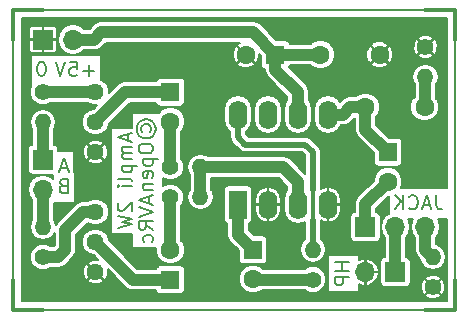
<source format=gbr>
G04 #@! TF.FileFunction,Copper,L2,Bot,Signal*
%FSLAX46Y46*%
G04 Gerber Fmt 4.6, Leading zero omitted, Abs format (unit mm)*
G04 Created by KiCad (PCBNEW 4.0.7) date 11/30/17 15:29:24*
%MOMM*%
%LPD*%
G01*
G04 APERTURE LIST*
%ADD10C,0.100000*%
%ADD11C,0.200000*%
%ADD12C,0.150000*%
%ADD13R,1.700000X1.700000*%
%ADD14O,1.700000X1.700000*%
%ADD15C,1.400000*%
%ADD16O,1.400000X1.400000*%
%ADD17C,1.440000*%
%ADD18C,1.600000*%
%ADD19R,1.600000X2.400000*%
%ADD20O,1.600000X2.400000*%
%ADD21R,1.600000X1.600000*%
%ADD22C,0.310000*%
%ADD23C,1.000000*%
%ADD24C,0.500000*%
%ADD25C,0.210000*%
G04 APERTURE END LIST*
D10*
D11*
X135042286Y-92370286D02*
X134870857Y-92427429D01*
X134813714Y-92484571D01*
X134756571Y-92598857D01*
X134756571Y-92770286D01*
X134813714Y-92884571D01*
X134870857Y-92941714D01*
X134985143Y-92998857D01*
X135442286Y-92998857D01*
X135442286Y-91798857D01*
X135042286Y-91798857D01*
X134928000Y-91856000D01*
X134870857Y-91913143D01*
X134813714Y-92027429D01*
X134813714Y-92141714D01*
X134870857Y-92256000D01*
X134928000Y-92313143D01*
X135042286Y-92370286D01*
X135442286Y-92370286D01*
X135413714Y-90878000D02*
X134842285Y-90878000D01*
X135527999Y-91220857D02*
X135127999Y-90020857D01*
X134727999Y-91220857D01*
X140535000Y-88005143D02*
X140535000Y-88576572D01*
X140877857Y-87890858D02*
X139677857Y-88290858D01*
X140877857Y-88690858D01*
X140877857Y-89090857D02*
X140077857Y-89090857D01*
X140192143Y-89090857D02*
X140135000Y-89148000D01*
X140077857Y-89262286D01*
X140077857Y-89433714D01*
X140135000Y-89548000D01*
X140249286Y-89605143D01*
X140877857Y-89605143D01*
X140249286Y-89605143D02*
X140135000Y-89662286D01*
X140077857Y-89776572D01*
X140077857Y-89948000D01*
X140135000Y-90062286D01*
X140249286Y-90119429D01*
X140877857Y-90119429D01*
X140077857Y-90690857D02*
X141277857Y-90690857D01*
X140135000Y-90690857D02*
X140077857Y-90805143D01*
X140077857Y-91033714D01*
X140135000Y-91148000D01*
X140192143Y-91205143D01*
X140306429Y-91262286D01*
X140649286Y-91262286D01*
X140763571Y-91205143D01*
X140820714Y-91148000D01*
X140877857Y-91033714D01*
X140877857Y-90805143D01*
X140820714Y-90690857D01*
X140877857Y-91948000D02*
X140820714Y-91833714D01*
X140706429Y-91776571D01*
X139677857Y-91776571D01*
X140877857Y-92405142D02*
X140077857Y-92405142D01*
X139677857Y-92405142D02*
X139735000Y-92347999D01*
X139792143Y-92405142D01*
X139735000Y-92462285D01*
X139677857Y-92405142D01*
X139792143Y-92405142D01*
X139792143Y-93833714D02*
X139735000Y-93890857D01*
X139677857Y-94005143D01*
X139677857Y-94290857D01*
X139735000Y-94405143D01*
X139792143Y-94462286D01*
X139906429Y-94519429D01*
X140020714Y-94519429D01*
X140192143Y-94462286D01*
X140877857Y-93776572D01*
X140877857Y-94519429D01*
X139677857Y-94919429D02*
X140877857Y-95205143D01*
X140020714Y-95433714D01*
X140877857Y-95662286D01*
X139677857Y-95948000D01*
X141741571Y-87805144D02*
X141684429Y-87690858D01*
X141684429Y-87462287D01*
X141741571Y-87348001D01*
X141855857Y-87233715D01*
X141970143Y-87176572D01*
X142198714Y-87176572D01*
X142313000Y-87233715D01*
X142427286Y-87348001D01*
X142484429Y-87462287D01*
X142484429Y-87690858D01*
X142427286Y-87805144D01*
X141284429Y-87576572D02*
X141341571Y-87290858D01*
X141513000Y-87005144D01*
X141798714Y-86833715D01*
X142084429Y-86776572D01*
X142370143Y-86833715D01*
X142655857Y-87005144D01*
X142827286Y-87290858D01*
X142884429Y-87576572D01*
X142827286Y-87862287D01*
X142655857Y-88148001D01*
X142370143Y-88319430D01*
X142084429Y-88376572D01*
X141798714Y-88319430D01*
X141513000Y-88148001D01*
X141341571Y-87862287D01*
X141284429Y-87576572D01*
X141455857Y-89119430D02*
X141455857Y-89348001D01*
X141513000Y-89462287D01*
X141627286Y-89576573D01*
X141855857Y-89633715D01*
X142255857Y-89633715D01*
X142484429Y-89576573D01*
X142598714Y-89462287D01*
X142655857Y-89348001D01*
X142655857Y-89119430D01*
X142598714Y-89005144D01*
X142484429Y-88890858D01*
X142255857Y-88833715D01*
X141855857Y-88833715D01*
X141627286Y-88890858D01*
X141513000Y-89005144D01*
X141455857Y-89119430D01*
X141855857Y-90148001D02*
X143055857Y-90148001D01*
X141913000Y-90148001D02*
X141855857Y-90262287D01*
X141855857Y-90490858D01*
X141913000Y-90605144D01*
X141970143Y-90662287D01*
X142084429Y-90719430D01*
X142427286Y-90719430D01*
X142541571Y-90662287D01*
X142598714Y-90605144D01*
X142655857Y-90490858D01*
X142655857Y-90262287D01*
X142598714Y-90148001D01*
X142598714Y-91690858D02*
X142655857Y-91576572D01*
X142655857Y-91348001D01*
X142598714Y-91233715D01*
X142484429Y-91176572D01*
X142027286Y-91176572D01*
X141913000Y-91233715D01*
X141855857Y-91348001D01*
X141855857Y-91576572D01*
X141913000Y-91690858D01*
X142027286Y-91748001D01*
X142141571Y-91748001D01*
X142255857Y-91176572D01*
X141855857Y-92262286D02*
X142655857Y-92262286D01*
X141970143Y-92262286D02*
X141913000Y-92319429D01*
X141855857Y-92433715D01*
X141855857Y-92605143D01*
X141913000Y-92719429D01*
X142027286Y-92776572D01*
X142655857Y-92776572D01*
X142313000Y-93290857D02*
X142313000Y-93862286D01*
X142655857Y-93176572D02*
X141455857Y-93576572D01*
X142655857Y-93976572D01*
X141455857Y-94205143D02*
X142655857Y-94605143D01*
X141455857Y-95005143D01*
X142655857Y-96090857D02*
X142084429Y-95690857D01*
X142655857Y-95405142D02*
X141455857Y-95405142D01*
X141455857Y-95862285D01*
X141513000Y-95976571D01*
X141570143Y-96033714D01*
X141684429Y-96090857D01*
X141855857Y-96090857D01*
X141970143Y-96033714D01*
X142027286Y-95976571D01*
X142084429Y-95862285D01*
X142084429Y-95405142D01*
X142598714Y-97119428D02*
X142655857Y-97005142D01*
X142655857Y-96776571D01*
X142598714Y-96662285D01*
X142541571Y-96605142D01*
X142427286Y-96547999D01*
X142084429Y-96547999D01*
X141970143Y-96605142D01*
X141913000Y-96662285D01*
X141855857Y-96776571D01*
X141855857Y-97005142D01*
X141913000Y-97119428D01*
X166642857Y-93195857D02*
X166642857Y-94053000D01*
X166699999Y-94224429D01*
X166814285Y-94338714D01*
X166985714Y-94395857D01*
X167099999Y-94395857D01*
X166128571Y-94053000D02*
X165557142Y-94053000D01*
X166242856Y-94395857D02*
X165842856Y-93195857D01*
X165442856Y-94395857D01*
X164357142Y-94281571D02*
X164414285Y-94338714D01*
X164585714Y-94395857D01*
X164700000Y-94395857D01*
X164871428Y-94338714D01*
X164985714Y-94224429D01*
X165042857Y-94110143D01*
X165100000Y-93881571D01*
X165100000Y-93710143D01*
X165042857Y-93481571D01*
X164985714Y-93367286D01*
X164871428Y-93253000D01*
X164700000Y-93195857D01*
X164585714Y-93195857D01*
X164414285Y-93253000D01*
X164357142Y-93310143D01*
X163842857Y-94395857D02*
X163842857Y-93195857D01*
X163157142Y-94395857D02*
X163671428Y-93710143D01*
X163157142Y-93195857D02*
X163842857Y-93881571D01*
X159292857Y-98879143D02*
X158092857Y-98879143D01*
X158664286Y-98879143D02*
X158664286Y-99564858D01*
X159292857Y-99564858D02*
X158092857Y-99564858D01*
X159292857Y-100136286D02*
X158092857Y-100136286D01*
X158092857Y-100593429D01*
X158150000Y-100707715D01*
X158207143Y-100764858D01*
X158321429Y-100822001D01*
X158492857Y-100822001D01*
X158607143Y-100764858D01*
X158664286Y-100707715D01*
X158721429Y-100593429D01*
X158721429Y-100136286D01*
X133280142Y-81892857D02*
X133165857Y-81892857D01*
X133051571Y-81950000D01*
X132994428Y-82007143D01*
X132937285Y-82121429D01*
X132880142Y-82350000D01*
X132880142Y-82635714D01*
X132937285Y-82864286D01*
X132994428Y-82978571D01*
X133051571Y-83035714D01*
X133165857Y-83092857D01*
X133280142Y-83092857D01*
X133394428Y-83035714D01*
X133451571Y-82978571D01*
X133508714Y-82864286D01*
X133565857Y-82635714D01*
X133565857Y-82350000D01*
X133508714Y-82121429D01*
X133451571Y-82007143D01*
X133394428Y-81950000D01*
X133280142Y-81892857D01*
X137686857Y-82635714D02*
X136772571Y-82635714D01*
X137229714Y-83092857D02*
X137229714Y-82178571D01*
X135629714Y-81892857D02*
X136201143Y-81892857D01*
X136258286Y-82464286D01*
X136201143Y-82407143D01*
X136086857Y-82350000D01*
X135801143Y-82350000D01*
X135686857Y-82407143D01*
X135629714Y-82464286D01*
X135572571Y-82578571D01*
X135572571Y-82864286D01*
X135629714Y-82978571D01*
X135686857Y-83035714D01*
X135801143Y-83092857D01*
X136086857Y-83092857D01*
X136201143Y-83035714D01*
X136258286Y-82978571D01*
X135229714Y-81892857D02*
X134829714Y-83092857D01*
X134429714Y-81892857D01*
D12*
X130810000Y-77470000D02*
X130810000Y-102870000D01*
X168275000Y-77470000D02*
X130810000Y-77470000D01*
X168275000Y-102870000D02*
X168275000Y-77470000D01*
X130810000Y-102870000D02*
X168275000Y-102870000D01*
D13*
X133350000Y-80010000D03*
D14*
X135890000Y-80010000D03*
D15*
X165735000Y-80645000D03*
D16*
X165735000Y-83185000D03*
D15*
X166370000Y-100965000D03*
D16*
X166370000Y-98425000D03*
D15*
X156210000Y-100330000D03*
D16*
X156210000Y-97790000D03*
D15*
X144145000Y-90805000D03*
D16*
X146685000Y-90805000D03*
D15*
X144145000Y-93345000D03*
D16*
X146685000Y-93345000D03*
D15*
X133350000Y-98425000D03*
D16*
X133350000Y-95885000D03*
D17*
X137795000Y-94615000D03*
X137795000Y-97155000D03*
X137795000Y-99695000D03*
X137795000Y-84455000D03*
X137795000Y-86995000D03*
X137795000Y-89535000D03*
D15*
X133350000Y-84455000D03*
D16*
X133350000Y-86995000D03*
D13*
X133350000Y-90170000D03*
D14*
X133350000Y-92710000D03*
D18*
X156845000Y-81280000D03*
X161845000Y-81280000D03*
X160655000Y-85725000D03*
X165655000Y-85725000D03*
D19*
X149860000Y-93980000D03*
D20*
X157480000Y-86360000D03*
X152400000Y-93980000D03*
X154940000Y-86360000D03*
X154940000Y-93980000D03*
X152400000Y-86360000D03*
X157480000Y-93980000D03*
X149860000Y-86360000D03*
D21*
X144145000Y-100330000D03*
D18*
X144145000Y-97830000D03*
D21*
X144145000Y-84455000D03*
D18*
X144145000Y-86955000D03*
D21*
X153035000Y-81280000D03*
D18*
X150535000Y-81280000D03*
D21*
X151130000Y-97790000D03*
D18*
X151130000Y-100290000D03*
D21*
X162560000Y-89535000D03*
D18*
X162560000Y-92035000D03*
D13*
X163195000Y-99695000D03*
D14*
X160655000Y-99695000D03*
D13*
X160655000Y-95885000D03*
D14*
X163195000Y-95885000D03*
X165735000Y-95885000D03*
D22*
X133350000Y-102870000D02*
X130810000Y-102870000D01*
X130810000Y-102870000D02*
X130810000Y-100330000D01*
X165735000Y-102870000D02*
X168275000Y-102870000D01*
X168275000Y-102870000D02*
X168275000Y-100330000D01*
X168275000Y-80010000D02*
X168275000Y-77470000D01*
X168275000Y-77470000D02*
X165735000Y-77470000D01*
X130810000Y-80010000D02*
X130810000Y-77470000D01*
X130810000Y-77470000D02*
X133350000Y-77470000D01*
D23*
X144145000Y-97830000D02*
X144145000Y-93345000D01*
X144145000Y-90805000D02*
X144145000Y-86955000D01*
X140716000Y-79375000D02*
X138303000Y-79375000D01*
X138303000Y-79375000D02*
X137668000Y-80010000D01*
X146812000Y-79375000D02*
X140716000Y-79375000D01*
X153035000Y-81280000D02*
X153035000Y-82550000D01*
X154940000Y-84455000D02*
X154940000Y-86360000D01*
X153035000Y-82550000D02*
X154940000Y-84455000D01*
X153035000Y-81280000D02*
X156845000Y-81280000D01*
X135890000Y-80010000D02*
X137668000Y-80010000D01*
X151130000Y-79375000D02*
X153035000Y-81280000D01*
X146812000Y-79375000D02*
X151130000Y-79375000D01*
X149860000Y-93980000D02*
X149860000Y-96520000D01*
X149860000Y-96520000D02*
X151130000Y-97790000D01*
X156210000Y-100330000D02*
X151170000Y-100330000D01*
D24*
X151170000Y-100330000D02*
X151130000Y-100290000D01*
D23*
X160655000Y-85725000D02*
X160655000Y-87630000D01*
X160655000Y-87630000D02*
X162560000Y-89535000D01*
X160655000Y-85725000D02*
X159385000Y-85725000D01*
X159385000Y-85725000D02*
X158750000Y-86360000D01*
X158750000Y-86360000D02*
X157480000Y-86360000D01*
X165735000Y-83185000D02*
X165735000Y-85645000D01*
D24*
X165735000Y-85645000D02*
X165655000Y-85725000D01*
D23*
X160655000Y-95885000D02*
X160655000Y-93940000D01*
X160655000Y-93940000D02*
X162560000Y-92035000D01*
X163195000Y-95885000D02*
X163195000Y-99695000D01*
X165735000Y-95885000D02*
X165735000Y-97790000D01*
X165735000Y-97790000D02*
X166370000Y-98425000D01*
D24*
X156210000Y-97790000D02*
X156210000Y-95250000D01*
X149860000Y-88265000D02*
X149860000Y-86360000D01*
X150495000Y-88900000D02*
X149860000Y-88265000D01*
X155575000Y-88900000D02*
X150495000Y-88900000D01*
X156210000Y-89535000D02*
X155575000Y-88900000D01*
X156210000Y-92710000D02*
X156210000Y-89535000D01*
D22*
X156210000Y-95250000D02*
X156210000Y-92710000D01*
D23*
X144145000Y-100330000D02*
X140970000Y-100330000D01*
X140970000Y-100330000D02*
X137795000Y-97155000D01*
X142240000Y-84455000D02*
X140335000Y-84455000D01*
X140335000Y-84455000D02*
X137795000Y-86995000D01*
X142240000Y-84455000D02*
X144145000Y-84455000D01*
X133350000Y-90170000D02*
X133350000Y-86995000D01*
X133350000Y-95885000D02*
X133350000Y-92710000D01*
X137795000Y-94615000D02*
X136779000Y-94615000D01*
X136779000Y-94615000D02*
X135255000Y-96139000D01*
X133350000Y-98425000D02*
X134620000Y-98425000D01*
X135255000Y-97790000D02*
X135255000Y-96139000D01*
X134620000Y-98425000D02*
X135255000Y-97790000D01*
X133350000Y-84455000D02*
X137795000Y-84455000D01*
X146685000Y-90805000D02*
X153670000Y-90805000D01*
X153670000Y-90805000D02*
X154940000Y-92075000D01*
X154940000Y-92075000D02*
X154940000Y-93980000D01*
X146685000Y-90805000D02*
X146685000Y-93345000D01*
D25*
G36*
X167535000Y-92598000D02*
X163641804Y-92598000D01*
X163774788Y-92277739D01*
X163775210Y-91794382D01*
X163590627Y-91347657D01*
X163249141Y-91005574D01*
X162802739Y-90820212D01*
X162319382Y-90819790D01*
X161872657Y-91004373D01*
X161530574Y-91345859D01*
X161345212Y-91792261D01*
X161345069Y-91955925D01*
X160007997Y-93292997D01*
X159809650Y-93589844D01*
X159787739Y-93700000D01*
X159740000Y-93940000D01*
X159740000Y-94624101D01*
X159651210Y-94640808D01*
X159509964Y-94731697D01*
X159415207Y-94870379D01*
X159381870Y-95035000D01*
X159381870Y-96735000D01*
X159410808Y-96888790D01*
X159501697Y-97030036D01*
X159640379Y-97124793D01*
X159805000Y-97158130D01*
X161505000Y-97158130D01*
X161658790Y-97129192D01*
X161800036Y-97038303D01*
X161894793Y-96899621D01*
X161928130Y-96735000D01*
X161928130Y-95035000D01*
X161899192Y-94881210D01*
X161808303Y-94739964D01*
X161669621Y-94645207D01*
X161570000Y-94625033D01*
X161570000Y-94319006D01*
X162613572Y-93275434D01*
X162613572Y-94756545D01*
X162300510Y-94965727D01*
X162026292Y-95376122D01*
X161930000Y-95860217D01*
X161930000Y-95909783D01*
X162026292Y-96393878D01*
X162280000Y-96773578D01*
X162280000Y-98434101D01*
X162191210Y-98450808D01*
X162049964Y-98541697D01*
X161955207Y-98680379D01*
X161921870Y-98845000D01*
X161921870Y-100545000D01*
X161950808Y-100698790D01*
X162041697Y-100840036D01*
X162180379Y-100934793D01*
X162345000Y-100968130D01*
X164045000Y-100968130D01*
X164198790Y-100939192D01*
X164340036Y-100848303D01*
X164434793Y-100709621D01*
X164468130Y-100545000D01*
X164468130Y-100274916D01*
X165708200Y-100274916D01*
X166370000Y-100936716D01*
X167031800Y-100274916D01*
X166961997Y-100116161D01*
X166592097Y-99954227D01*
X166188385Y-99946174D01*
X165812322Y-100093229D01*
X165778003Y-100116161D01*
X165708200Y-100274916D01*
X164468130Y-100274916D01*
X164468130Y-98845000D01*
X164439192Y-98691210D01*
X164348303Y-98549964D01*
X164209621Y-98455207D01*
X164110000Y-98435033D01*
X164110000Y-96773578D01*
X164363708Y-96393878D01*
X164460000Y-95909783D01*
X164460000Y-95860217D01*
X164363708Y-95376122D01*
X164264736Y-95228000D01*
X164665264Y-95228000D01*
X164566292Y-95376122D01*
X164470000Y-95860217D01*
X164470000Y-95909783D01*
X164566292Y-96393878D01*
X164820000Y-96773578D01*
X164820000Y-97790000D01*
X164889650Y-98140156D01*
X165087997Y-98437003D01*
X165294024Y-98643029D01*
X165339874Y-98873536D01*
X165581576Y-99235268D01*
X165943308Y-99476970D01*
X166370000Y-99561844D01*
X166796692Y-99476970D01*
X167158424Y-99235268D01*
X167400126Y-98873536D01*
X167485000Y-98446844D01*
X167485000Y-98403156D01*
X167400126Y-97976464D01*
X167158424Y-97614732D01*
X166796692Y-97373030D01*
X166650000Y-97343851D01*
X166650000Y-96773578D01*
X166903708Y-96393878D01*
X167000000Y-95909783D01*
X167000000Y-95860217D01*
X166903708Y-95376122D01*
X166804736Y-95228000D01*
X167535000Y-95228000D01*
X167535000Y-102130000D01*
X131550000Y-102130000D01*
X131550000Y-101655084D01*
X165708200Y-101655084D01*
X165778003Y-101813839D01*
X166147903Y-101975773D01*
X166551615Y-101983826D01*
X166927678Y-101836771D01*
X166961997Y-101813839D01*
X167031800Y-101655084D01*
X166370000Y-100993284D01*
X165708200Y-101655084D01*
X131550000Y-101655084D01*
X131550000Y-100399506D01*
X137118778Y-100399506D01*
X137191016Y-100560339D01*
X137568142Y-100725603D01*
X137979806Y-100733968D01*
X138363334Y-100584160D01*
X138398984Y-100560339D01*
X138471222Y-100399506D01*
X137795000Y-99723284D01*
X137118778Y-100399506D01*
X131550000Y-100399506D01*
X131550000Y-99879806D01*
X136756032Y-99879806D01*
X136905840Y-100263334D01*
X136929661Y-100298984D01*
X137090494Y-100371222D01*
X137766716Y-99695000D01*
X137090494Y-99018778D01*
X136929661Y-99091016D01*
X136764397Y-99468142D01*
X136756032Y-99879806D01*
X131550000Y-99879806D01*
X131550000Y-92710000D01*
X132060217Y-92710000D01*
X132156509Y-93194095D01*
X132430727Y-93604490D01*
X132435000Y-93607345D01*
X132435000Y-95264166D01*
X132319874Y-95436464D01*
X132235000Y-95863156D01*
X132235000Y-95906844D01*
X132319874Y-96333536D01*
X132561576Y-96695268D01*
X132923308Y-96936970D01*
X133350000Y-97021844D01*
X133776692Y-96936970D01*
X134138424Y-96695268D01*
X134340000Y-96393589D01*
X134340000Y-97410995D01*
X134240994Y-97510000D01*
X134012069Y-97510000D01*
X133982421Y-97480300D01*
X133572760Y-97310194D01*
X133129186Y-97309807D01*
X132719228Y-97479198D01*
X132405300Y-97792579D01*
X132235194Y-98202240D01*
X132234807Y-98645814D01*
X132404198Y-99055772D01*
X132717579Y-99369700D01*
X133127240Y-99539806D01*
X133570814Y-99540193D01*
X133980772Y-99370802D01*
X134011628Y-99340000D01*
X134620000Y-99340000D01*
X134970156Y-99270350D01*
X135267003Y-99072003D01*
X135902000Y-98437005D01*
X135902003Y-98437003D01*
X136100350Y-98140155D01*
X136119380Y-98044484D01*
X136170001Y-97790000D01*
X136170000Y-97789995D01*
X136170000Y-97379775D01*
X136659803Y-97379775D01*
X136832233Y-97797086D01*
X137151235Y-98116645D01*
X137568244Y-98289803D01*
X137635856Y-98289862D01*
X138010153Y-98664159D01*
X137610194Y-98656032D01*
X137226666Y-98805840D01*
X137191016Y-98829661D01*
X137118778Y-98990494D01*
X137795000Y-99666716D01*
X137809143Y-99652574D01*
X137837427Y-99680858D01*
X137823284Y-99695000D01*
X138499506Y-100371222D01*
X138660339Y-100298984D01*
X138825603Y-99921858D01*
X138833968Y-99510194D01*
X138819726Y-99473732D01*
X140322997Y-100977003D01*
X140619844Y-101175350D01*
X140970000Y-101245000D01*
X142943509Y-101245000D01*
X142950808Y-101283790D01*
X143041697Y-101425036D01*
X143180379Y-101519793D01*
X143345000Y-101553130D01*
X144945000Y-101553130D01*
X145098790Y-101524192D01*
X145240036Y-101433303D01*
X145334793Y-101294621D01*
X145368130Y-101130000D01*
X145368130Y-100530618D01*
X149914790Y-100530618D01*
X150099373Y-100977343D01*
X150440859Y-101319426D01*
X150887261Y-101504788D01*
X151370618Y-101505210D01*
X151817343Y-101320627D01*
X151893102Y-101245000D01*
X155547931Y-101245000D01*
X155577579Y-101274700D01*
X155987240Y-101444806D01*
X156430814Y-101445193D01*
X156840772Y-101275802D01*
X157154700Y-100962421D01*
X157324806Y-100552760D01*
X157325193Y-100109186D01*
X157155802Y-99699228D01*
X156842421Y-99385300D01*
X156432760Y-99215194D01*
X155989186Y-99214807D01*
X155579228Y-99384198D01*
X155548372Y-99415000D01*
X151973297Y-99415000D01*
X151819141Y-99260574D01*
X151372739Y-99075212D01*
X150889382Y-99074790D01*
X150442657Y-99259373D01*
X150100574Y-99600859D01*
X149915212Y-100047261D01*
X149914790Y-100530618D01*
X145368130Y-100530618D01*
X145368130Y-99530000D01*
X145339192Y-99376210D01*
X145248303Y-99234964D01*
X145109621Y-99140207D01*
X144945000Y-99106870D01*
X143345000Y-99106870D01*
X143191210Y-99135808D01*
X143049964Y-99226697D01*
X142955207Y-99365379D01*
X142945158Y-99415000D01*
X141349006Y-99415000D01*
X138930139Y-96996133D01*
X138930197Y-96930225D01*
X138757767Y-96512914D01*
X138438765Y-96193355D01*
X138021756Y-96020197D01*
X137570225Y-96019803D01*
X137152914Y-96192233D01*
X136833355Y-96511235D01*
X136660197Y-96928244D01*
X136659803Y-97379775D01*
X136170000Y-97379775D01*
X136170000Y-96518006D01*
X137131315Y-95556690D01*
X137151235Y-95576645D01*
X137568244Y-95749803D01*
X138019775Y-95750197D01*
X138437086Y-95577767D01*
X138756645Y-95258765D01*
X138929803Y-94841756D01*
X138930197Y-94390225D01*
X138757767Y-93972914D01*
X138438765Y-93653355D01*
X138021756Y-93480197D01*
X137570225Y-93479803D01*
X137152914Y-93652233D01*
X137105064Y-93700000D01*
X136779000Y-93700000D01*
X136428845Y-93769650D01*
X136131997Y-93967997D01*
X136131995Y-93968000D01*
X134607997Y-95491997D01*
X134440912Y-95742057D01*
X134380126Y-95436464D01*
X134265000Y-95264166D01*
X134265000Y-93831000D01*
X136043000Y-93831000D01*
X136043000Y-91201000D01*
X135957286Y-91201000D01*
X135957286Y-90239506D01*
X137118778Y-90239506D01*
X137191016Y-90400339D01*
X137568142Y-90565603D01*
X137979806Y-90573968D01*
X138363334Y-90424160D01*
X138398984Y-90400339D01*
X138471222Y-90239506D01*
X137795000Y-89563284D01*
X137118778Y-90239506D01*
X135957286Y-90239506D01*
X135957286Y-89719806D01*
X136756032Y-89719806D01*
X136905840Y-90103334D01*
X136929661Y-90138984D01*
X137090494Y-90211222D01*
X137766716Y-89535000D01*
X137823284Y-89535000D01*
X138499506Y-90211222D01*
X138660339Y-90138984D01*
X138825603Y-89761858D01*
X138833968Y-89350194D01*
X138684160Y-88966666D01*
X138660339Y-88931016D01*
X138499506Y-88858778D01*
X137823284Y-89535000D01*
X137766716Y-89535000D01*
X137090494Y-88858778D01*
X136929661Y-88931016D01*
X136764397Y-89308142D01*
X136756032Y-89719806D01*
X135957286Y-89719806D01*
X135957286Y-89423000D01*
X134623130Y-89423000D01*
X134623130Y-89320000D01*
X134594192Y-89166210D01*
X134503303Y-89024964D01*
X134364621Y-88930207D01*
X134265000Y-88910033D01*
X134265000Y-88830494D01*
X137118778Y-88830494D01*
X137795000Y-89506716D01*
X138471222Y-88830494D01*
X138398984Y-88669661D01*
X138021858Y-88504397D01*
X137610194Y-88496032D01*
X137226666Y-88645840D01*
X137191016Y-88669661D01*
X137118778Y-88830494D01*
X134265000Y-88830494D01*
X134265000Y-87615834D01*
X134380126Y-87443536D01*
X134465000Y-87016844D01*
X134465000Y-86973156D01*
X134380126Y-86546464D01*
X134138424Y-86184732D01*
X133776692Y-85943030D01*
X133350000Y-85858156D01*
X132923308Y-85943030D01*
X132561576Y-86184732D01*
X132319874Y-86546464D01*
X132235000Y-86973156D01*
X132235000Y-87016844D01*
X132319874Y-87443536D01*
X132435000Y-87615834D01*
X132435000Y-88909101D01*
X132346210Y-88925808D01*
X132204964Y-89016697D01*
X132110207Y-89155379D01*
X132076870Y-89320000D01*
X132076870Y-91020000D01*
X132105808Y-91173790D01*
X132196697Y-91315036D01*
X132335379Y-91409793D01*
X132500000Y-91443130D01*
X134200000Y-91443130D01*
X134213000Y-91440684D01*
X134213000Y-91777909D01*
X133858878Y-91541292D01*
X133374783Y-91445000D01*
X133325217Y-91445000D01*
X132841122Y-91541292D01*
X132430727Y-91815510D01*
X132156509Y-92225905D01*
X132060217Y-92710000D01*
X131550000Y-92710000D01*
X131550000Y-84675814D01*
X132234807Y-84675814D01*
X132404198Y-85085772D01*
X132717579Y-85399700D01*
X133127240Y-85569806D01*
X133570814Y-85570193D01*
X133980772Y-85400802D01*
X134011628Y-85370000D01*
X137104671Y-85370000D01*
X137151235Y-85416645D01*
X137568244Y-85589803D01*
X137905897Y-85590098D01*
X137636134Y-85859861D01*
X137570225Y-85859803D01*
X137152914Y-86032233D01*
X136833355Y-86351235D01*
X136660197Y-86768244D01*
X136659803Y-87219775D01*
X136832233Y-87637086D01*
X137151235Y-87956645D01*
X137568244Y-88129803D01*
X138019775Y-88130197D01*
X138437086Y-87957767D01*
X138756645Y-87638765D01*
X138830222Y-87461571D01*
X139080000Y-87461571D01*
X139080000Y-96434428D01*
X140858000Y-96434428D01*
X140858000Y-97662999D01*
X142930146Y-97662999D01*
X142929790Y-98070618D01*
X143114373Y-98517343D01*
X143455859Y-98859426D01*
X143902261Y-99044788D01*
X144385618Y-99045210D01*
X144832343Y-98860627D01*
X145174426Y-98519141D01*
X145359788Y-98072739D01*
X145360210Y-97589382D01*
X145175627Y-97142657D01*
X145060000Y-97026828D01*
X145060000Y-94007069D01*
X145089700Y-93977421D01*
X145259806Y-93567760D01*
X145260193Y-93124186D01*
X145090802Y-92714228D01*
X144777421Y-92400300D01*
X144367760Y-92230194D01*
X143924186Y-92229807D01*
X143514228Y-92399198D01*
X143488000Y-92425380D01*
X143488000Y-91725078D01*
X143512579Y-91749700D01*
X143922240Y-91919806D01*
X144365814Y-91920193D01*
X144775772Y-91750802D01*
X145089700Y-91437421D01*
X145259806Y-91027760D01*
X145260000Y-90805000D01*
X145548156Y-90805000D01*
X145633030Y-91231692D01*
X145770000Y-91436682D01*
X145770000Y-92713318D01*
X145633030Y-92918308D01*
X145548156Y-93345000D01*
X145633030Y-93771692D01*
X145874732Y-94133424D01*
X146236464Y-94375126D01*
X146663156Y-94460000D01*
X146706844Y-94460000D01*
X147133536Y-94375126D01*
X147495268Y-94133424D01*
X147736970Y-93771692D01*
X147821844Y-93345000D01*
X147736970Y-92918308D01*
X147644556Y-92780000D01*
X148636870Y-92780000D01*
X148636870Y-95180000D01*
X148665808Y-95333790D01*
X148756697Y-95475036D01*
X148895379Y-95569793D01*
X148945000Y-95579842D01*
X148945000Y-96520000D01*
X149014650Y-96870156D01*
X149212997Y-97167003D01*
X149906870Y-97860876D01*
X149906870Y-98590000D01*
X149935808Y-98743790D01*
X150026697Y-98885036D01*
X150165379Y-98979793D01*
X150330000Y-99013130D01*
X151930000Y-99013130D01*
X152083790Y-98984192D01*
X152225036Y-98893303D01*
X152319793Y-98754621D01*
X152353130Y-98590000D01*
X152353130Y-96990000D01*
X152324192Y-96836210D01*
X152233303Y-96694964D01*
X152094621Y-96600207D01*
X151930000Y-96566870D01*
X151200876Y-96566870D01*
X150775000Y-96140994D01*
X150775000Y-95581491D01*
X150813790Y-95574192D01*
X150955036Y-95483303D01*
X151049793Y-95344621D01*
X151083130Y-95180000D01*
X151083130Y-94000000D01*
X151285000Y-94000000D01*
X151285000Y-94400000D01*
X151377528Y-94825170D01*
X151625718Y-95182567D01*
X151991786Y-95417780D01*
X152205850Y-95477967D01*
X152380000Y-95416057D01*
X152380000Y-94000000D01*
X152420000Y-94000000D01*
X152420000Y-95416057D01*
X152594150Y-95477967D01*
X152808214Y-95417780D01*
X153174282Y-95182567D01*
X153422472Y-94825170D01*
X153515000Y-94400000D01*
X153515000Y-94000000D01*
X152420000Y-94000000D01*
X152380000Y-94000000D01*
X151285000Y-94000000D01*
X151083130Y-94000000D01*
X151083130Y-93560000D01*
X151285000Y-93560000D01*
X151285000Y-93960000D01*
X152380000Y-93960000D01*
X152380000Y-92543943D01*
X152420000Y-92543943D01*
X152420000Y-93960000D01*
X153515000Y-93960000D01*
X153515000Y-93560000D01*
X153422472Y-93134830D01*
X153174282Y-92777433D01*
X152808214Y-92542220D01*
X152594150Y-92482033D01*
X152420000Y-92543943D01*
X152380000Y-92543943D01*
X152205850Y-92482033D01*
X151991786Y-92542220D01*
X151625718Y-92777433D01*
X151377528Y-93134830D01*
X151285000Y-93560000D01*
X151083130Y-93560000D01*
X151083130Y-92780000D01*
X151054192Y-92626210D01*
X150963303Y-92484964D01*
X150824621Y-92390207D01*
X150660000Y-92356870D01*
X149060000Y-92356870D01*
X148906210Y-92385808D01*
X148764964Y-92476697D01*
X148670207Y-92615379D01*
X148636870Y-92780000D01*
X147644556Y-92780000D01*
X147600000Y-92713318D01*
X147600000Y-91720000D01*
X153290994Y-91720000D01*
X154025000Y-92454006D01*
X154025000Y-92772833D01*
X153817486Y-93083400D01*
X153725000Y-93548360D01*
X153725000Y-94411640D01*
X153817486Y-94876600D01*
X154080865Y-95270775D01*
X154475040Y-95534154D01*
X154940000Y-95626640D01*
X155404960Y-95534154D01*
X155545000Y-95440582D01*
X155545000Y-96897263D01*
X155421576Y-96979732D01*
X155179874Y-97341464D01*
X155095000Y-97768156D01*
X155095000Y-97811844D01*
X155179874Y-98238536D01*
X155421576Y-98600268D01*
X155783308Y-98841970D01*
X156210000Y-98926844D01*
X156636692Y-98841970D01*
X156998424Y-98600268D01*
X157213470Y-98278428D01*
X157495000Y-98278428D01*
X157495000Y-101365571D01*
X160125000Y-101365571D01*
X160125000Y-101146615D01*
X165351174Y-101146615D01*
X165498229Y-101522678D01*
X165521161Y-101556997D01*
X165679916Y-101626800D01*
X166341716Y-100965000D01*
X166398284Y-100965000D01*
X167060084Y-101626800D01*
X167218839Y-101556997D01*
X167380773Y-101187097D01*
X167388826Y-100783385D01*
X167241771Y-100407322D01*
X167218839Y-100373003D01*
X167060084Y-100303200D01*
X166398284Y-100965000D01*
X166341716Y-100965000D01*
X165679916Y-100303200D01*
X165521161Y-100373003D01*
X165359227Y-100742903D01*
X165351174Y-101146615D01*
X160125000Y-101146615D01*
X160125000Y-100710106D01*
X160402522Y-100832314D01*
X160453027Y-100842358D01*
X160635000Y-100781066D01*
X160635000Y-99715000D01*
X160675000Y-99715000D01*
X160675000Y-100781066D01*
X160856973Y-100842358D01*
X160907478Y-100832314D01*
X161323490Y-100649122D01*
X161637731Y-100320674D01*
X161802360Y-99896973D01*
X161741080Y-99715000D01*
X160675000Y-99715000D01*
X160635000Y-99715000D01*
X160615000Y-99715000D01*
X160615000Y-99675000D01*
X160635000Y-99675000D01*
X160635000Y-98608934D01*
X160675000Y-98608934D01*
X160675000Y-99675000D01*
X161741080Y-99675000D01*
X161802360Y-99493027D01*
X161637731Y-99069326D01*
X161323490Y-98740878D01*
X160907478Y-98557686D01*
X160856973Y-98547642D01*
X160675000Y-98608934D01*
X160635000Y-98608934D01*
X160453027Y-98547642D01*
X160402522Y-98557686D01*
X160125000Y-98679894D01*
X160125000Y-98278428D01*
X157495000Y-98278428D01*
X157213470Y-98278428D01*
X157240126Y-98238536D01*
X157325000Y-97811844D01*
X157325000Y-97768156D01*
X157240126Y-97341464D01*
X156998424Y-96979732D01*
X156875000Y-96897263D01*
X156875000Y-95291337D01*
X157071786Y-95417780D01*
X157285850Y-95477967D01*
X157460000Y-95416057D01*
X157460000Y-94000000D01*
X157500000Y-94000000D01*
X157500000Y-95416057D01*
X157674150Y-95477967D01*
X157888214Y-95417780D01*
X158254282Y-95182567D01*
X158502472Y-94825170D01*
X158595000Y-94400000D01*
X158595000Y-94000000D01*
X157500000Y-94000000D01*
X157460000Y-94000000D01*
X157440000Y-94000000D01*
X157440000Y-93960000D01*
X157460000Y-93960000D01*
X157460000Y-92543943D01*
X157500000Y-92543943D01*
X157500000Y-93960000D01*
X158595000Y-93960000D01*
X158595000Y-93560000D01*
X158502472Y-93134830D01*
X158254282Y-92777433D01*
X157888214Y-92542220D01*
X157674150Y-92482033D01*
X157500000Y-92543943D01*
X157460000Y-92543943D01*
X157285850Y-92482033D01*
X157071786Y-92542220D01*
X156875000Y-92668663D01*
X156875000Y-89535000D01*
X156852722Y-89423000D01*
X156824380Y-89280515D01*
X156680226Y-89064774D01*
X156045226Y-88429774D01*
X155829485Y-88285620D01*
X155575000Y-88235000D01*
X150770452Y-88235000D01*
X150525000Y-87989548D01*
X150525000Y-87780492D01*
X150719135Y-87650775D01*
X150982514Y-87256600D01*
X151075000Y-86791640D01*
X151075000Y-85928360D01*
X151185000Y-85928360D01*
X151185000Y-86791640D01*
X151277486Y-87256600D01*
X151540865Y-87650775D01*
X151935040Y-87914154D01*
X152400000Y-88006640D01*
X152864960Y-87914154D01*
X153259135Y-87650775D01*
X153522514Y-87256600D01*
X153615000Y-86791640D01*
X153615000Y-85928360D01*
X153522514Y-85463400D01*
X153259135Y-85069225D01*
X152864960Y-84805846D01*
X152400000Y-84713360D01*
X151935040Y-84805846D01*
X151540865Y-85069225D01*
X151277486Y-85463400D01*
X151185000Y-85928360D01*
X151075000Y-85928360D01*
X150982514Y-85463400D01*
X150719135Y-85069225D01*
X150324960Y-84805846D01*
X149860000Y-84713360D01*
X149395040Y-84805846D01*
X149000865Y-85069225D01*
X148737486Y-85463400D01*
X148645000Y-85928360D01*
X148645000Y-86791640D01*
X148737486Y-87256600D01*
X149000865Y-87650775D01*
X149195000Y-87780492D01*
X149195000Y-88265000D01*
X149245620Y-88519485D01*
X149389774Y-88735226D01*
X150024774Y-89370226D01*
X150240515Y-89514380D01*
X150495000Y-89565000D01*
X155299548Y-89565000D01*
X155545000Y-89810452D01*
X155545000Y-91385994D01*
X154317003Y-90157997D01*
X154020156Y-89959650D01*
X153670000Y-89890000D01*
X147305834Y-89890000D01*
X147133536Y-89774874D01*
X146706844Y-89690000D01*
X146663156Y-89690000D01*
X146236464Y-89774874D01*
X145874732Y-90016576D01*
X145633030Y-90378308D01*
X145548156Y-90805000D01*
X145260000Y-90805000D01*
X145260193Y-90584186D01*
X145090802Y-90174228D01*
X145060000Y-90143372D01*
X145060000Y-87758367D01*
X145174426Y-87644141D01*
X145359788Y-87197739D01*
X145360210Y-86714382D01*
X145175627Y-86267657D01*
X144834141Y-85925574D01*
X144387739Y-85740212D01*
X143904382Y-85739790D01*
X143457657Y-85924373D01*
X143148489Y-86233001D01*
X140858000Y-86233001D01*
X140858000Y-87461571D01*
X139080000Y-87461571D01*
X138830222Y-87461571D01*
X138929803Y-87221756D01*
X138929862Y-87154144D01*
X140714005Y-85370000D01*
X142943509Y-85370000D01*
X142950808Y-85408790D01*
X143041697Y-85550036D01*
X143180379Y-85644793D01*
X143345000Y-85678130D01*
X144945000Y-85678130D01*
X145098790Y-85649192D01*
X145240036Y-85558303D01*
X145334793Y-85419621D01*
X145368130Y-85255000D01*
X145368130Y-83655000D01*
X145339192Y-83501210D01*
X145248303Y-83359964D01*
X145109621Y-83265207D01*
X144945000Y-83231870D01*
X143345000Y-83231870D01*
X143191210Y-83260808D01*
X143049964Y-83351697D01*
X142955207Y-83490379D01*
X142945158Y-83540000D01*
X140335000Y-83540000D01*
X139984845Y-83609650D01*
X139687997Y-83807997D01*
X139687995Y-83808000D01*
X138929904Y-84566091D01*
X138930197Y-84230225D01*
X138757767Y-83812914D01*
X138438765Y-83493355D01*
X138287571Y-83430573D01*
X138287571Y-82042194D01*
X149801090Y-82042194D01*
X149883064Y-82211340D01*
X150289097Y-82389931D01*
X150732567Y-82399545D01*
X151145960Y-82238719D01*
X151186936Y-82211340D01*
X151268910Y-82042194D01*
X150535000Y-81308284D01*
X149801090Y-82042194D01*
X138287571Y-82042194D01*
X138287571Y-81477567D01*
X149415455Y-81477567D01*
X149576281Y-81890960D01*
X149603660Y-81931936D01*
X149772806Y-82013910D01*
X150506716Y-81280000D01*
X149772806Y-80546090D01*
X149603660Y-80628064D01*
X149425069Y-81034097D01*
X149415455Y-81477567D01*
X138287571Y-81477567D01*
X138287571Y-81295000D01*
X135914046Y-81295000D01*
X136374095Y-81203491D01*
X136784490Y-80929273D01*
X136787345Y-80925000D01*
X137668000Y-80925000D01*
X138018156Y-80855350D01*
X138315003Y-80657003D01*
X138682005Y-80290000D01*
X150004446Y-80290000D01*
X149924040Y-80321281D01*
X149883064Y-80348660D01*
X149801090Y-80517806D01*
X150535000Y-81251716D01*
X150549143Y-81237574D01*
X150577427Y-81265858D01*
X150563284Y-81280000D01*
X151297194Y-82013910D01*
X151466340Y-81931936D01*
X151644931Y-81525903D01*
X151652187Y-81191193D01*
X151811870Y-81350876D01*
X151811870Y-82080000D01*
X151840808Y-82233790D01*
X151931697Y-82375036D01*
X152070379Y-82469793D01*
X152120000Y-82479842D01*
X152120000Y-82550000D01*
X152189650Y-82900156D01*
X152387997Y-83197003D01*
X154025000Y-84834006D01*
X154025000Y-85152833D01*
X153817486Y-85463400D01*
X153725000Y-85928360D01*
X153725000Y-86791640D01*
X153817486Y-87256600D01*
X154080865Y-87650775D01*
X154475040Y-87914154D01*
X154940000Y-88006640D01*
X155404960Y-87914154D01*
X155799135Y-87650775D01*
X156062514Y-87256600D01*
X156155000Y-86791640D01*
X156155000Y-85928360D01*
X156265000Y-85928360D01*
X156265000Y-86791640D01*
X156357486Y-87256600D01*
X156620865Y-87650775D01*
X157015040Y-87914154D01*
X157480000Y-88006640D01*
X157944960Y-87914154D01*
X158339135Y-87650775D01*
X158590220Y-87275000D01*
X158750000Y-87275000D01*
X159100156Y-87205350D01*
X159397003Y-87007003D01*
X159740000Y-86664005D01*
X159740000Y-87630000D01*
X159809650Y-87980156D01*
X160007997Y-88277003D01*
X161336870Y-89605876D01*
X161336870Y-90335000D01*
X161365808Y-90488790D01*
X161456697Y-90630036D01*
X161595379Y-90724793D01*
X161760000Y-90758130D01*
X163360000Y-90758130D01*
X163513790Y-90729192D01*
X163655036Y-90638303D01*
X163749793Y-90499621D01*
X163783130Y-90335000D01*
X163783130Y-88735000D01*
X163754192Y-88581210D01*
X163663303Y-88439964D01*
X163524621Y-88345207D01*
X163360000Y-88311870D01*
X162630876Y-88311870D01*
X161570000Y-87250994D01*
X161570000Y-86528367D01*
X161684426Y-86414141D01*
X161869788Y-85967739D01*
X161869789Y-85965618D01*
X164439790Y-85965618D01*
X164624373Y-86412343D01*
X164965859Y-86754426D01*
X165412261Y-86939788D01*
X165895618Y-86940210D01*
X166342343Y-86755627D01*
X166684426Y-86414141D01*
X166869788Y-85967739D01*
X166870210Y-85484382D01*
X166685627Y-85037657D01*
X166650000Y-85001968D01*
X166650000Y-83805834D01*
X166765126Y-83633536D01*
X166850000Y-83206844D01*
X166850000Y-83163156D01*
X166765126Y-82736464D01*
X166523424Y-82374732D01*
X166161692Y-82133030D01*
X165735000Y-82048156D01*
X165308308Y-82133030D01*
X164946576Y-82374732D01*
X164704874Y-82736464D01*
X164620000Y-83163156D01*
X164620000Y-83206844D01*
X164704874Y-83633536D01*
X164820000Y-83805834D01*
X164820000Y-84841772D01*
X164625574Y-85035859D01*
X164440212Y-85482261D01*
X164439790Y-85965618D01*
X161869789Y-85965618D01*
X161870210Y-85484382D01*
X161685627Y-85037657D01*
X161344141Y-84695574D01*
X160897739Y-84510212D01*
X160414382Y-84509790D01*
X159967657Y-84694373D01*
X159851828Y-84810000D01*
X159385005Y-84810000D01*
X159385000Y-84809999D01*
X159034845Y-84879650D01*
X158737997Y-85077997D01*
X158737995Y-85078000D01*
X158502410Y-85313584D01*
X158339135Y-85069225D01*
X157944960Y-84805846D01*
X157480000Y-84713360D01*
X157015040Y-84805846D01*
X156620865Y-85069225D01*
X156357486Y-85463400D01*
X156265000Y-85928360D01*
X156155000Y-85928360D01*
X156062514Y-85463400D01*
X155855000Y-85152833D01*
X155855000Y-84455005D01*
X155855001Y-84455000D01*
X155785350Y-84104844D01*
X155587003Y-83807997D01*
X154143136Y-82364130D01*
X154224793Y-82244621D01*
X154234842Y-82195000D01*
X156041633Y-82195000D01*
X156155859Y-82309426D01*
X156602261Y-82494788D01*
X157085618Y-82495210D01*
X157532343Y-82310627D01*
X157801245Y-82042194D01*
X161111090Y-82042194D01*
X161193064Y-82211340D01*
X161599097Y-82389931D01*
X162042567Y-82399545D01*
X162455960Y-82238719D01*
X162496936Y-82211340D01*
X162578910Y-82042194D01*
X161845000Y-81308284D01*
X161111090Y-82042194D01*
X157801245Y-82042194D01*
X157874426Y-81969141D01*
X158059788Y-81522739D01*
X158059827Y-81477567D01*
X160725455Y-81477567D01*
X160886281Y-81890960D01*
X160913660Y-81931936D01*
X161082806Y-82013910D01*
X161816716Y-81280000D01*
X161873284Y-81280000D01*
X162607194Y-82013910D01*
X162776340Y-81931936D01*
X162954931Y-81525903D01*
X162959067Y-81335084D01*
X165073200Y-81335084D01*
X165143003Y-81493839D01*
X165512903Y-81655773D01*
X165916615Y-81663826D01*
X166292678Y-81516771D01*
X166326997Y-81493839D01*
X166396800Y-81335084D01*
X165735000Y-80673284D01*
X165073200Y-81335084D01*
X162959067Y-81335084D01*
X162964545Y-81082433D01*
X162865022Y-80826615D01*
X164716174Y-80826615D01*
X164863229Y-81202678D01*
X164886161Y-81236997D01*
X165044916Y-81306800D01*
X165706716Y-80645000D01*
X165763284Y-80645000D01*
X166425084Y-81306800D01*
X166583839Y-81236997D01*
X166745773Y-80867097D01*
X166753826Y-80463385D01*
X166606771Y-80087322D01*
X166583839Y-80053003D01*
X166425084Y-79983200D01*
X165763284Y-80645000D01*
X165706716Y-80645000D01*
X165044916Y-79983200D01*
X164886161Y-80053003D01*
X164724227Y-80422903D01*
X164716174Y-80826615D01*
X162865022Y-80826615D01*
X162803719Y-80669040D01*
X162776340Y-80628064D01*
X162607194Y-80546090D01*
X161873284Y-81280000D01*
X161816716Y-81280000D01*
X161082806Y-80546090D01*
X160913660Y-80628064D01*
X160735069Y-81034097D01*
X160725455Y-81477567D01*
X158059827Y-81477567D01*
X158060210Y-81039382D01*
X157875627Y-80592657D01*
X157800907Y-80517806D01*
X161111090Y-80517806D01*
X161845000Y-81251716D01*
X162578910Y-80517806D01*
X162496936Y-80348660D01*
X162090903Y-80170069D01*
X161647433Y-80160455D01*
X161234040Y-80321281D01*
X161193064Y-80348660D01*
X161111090Y-80517806D01*
X157800907Y-80517806D01*
X157534141Y-80250574D01*
X157087739Y-80065212D01*
X156604382Y-80064790D01*
X156157657Y-80249373D01*
X156041828Y-80365000D01*
X154236491Y-80365000D01*
X154229192Y-80326210D01*
X154138303Y-80184964D01*
X153999621Y-80090207D01*
X153835000Y-80056870D01*
X153105876Y-80056870D01*
X153003922Y-79954916D01*
X165073200Y-79954916D01*
X165735000Y-80616716D01*
X166396800Y-79954916D01*
X166326997Y-79796161D01*
X165957097Y-79634227D01*
X165553385Y-79626174D01*
X165177322Y-79773229D01*
X165143003Y-79796161D01*
X165073200Y-79954916D01*
X153003922Y-79954916D01*
X151777003Y-78727997D01*
X151480156Y-78529650D01*
X151130000Y-78460000D01*
X138303005Y-78460000D01*
X138303000Y-78459999D01*
X137952845Y-78529650D01*
X137655997Y-78727997D01*
X137655995Y-78728000D01*
X137288994Y-79095000D01*
X136787345Y-79095000D01*
X136784490Y-79090727D01*
X136374095Y-78816509D01*
X135890000Y-78720217D01*
X135405905Y-78816509D01*
X134995510Y-79090727D01*
X134721292Y-79501122D01*
X134625000Y-79985217D01*
X134625000Y-80034783D01*
X134721292Y-80518878D01*
X134995510Y-80929273D01*
X135405905Y-81203491D01*
X135865954Y-81295000D01*
X132336572Y-81295000D01*
X132336572Y-83925000D01*
X132362771Y-83925000D01*
X132235194Y-84232240D01*
X132234807Y-84675814D01*
X131550000Y-84675814D01*
X131550000Y-80108750D01*
X132185000Y-80108750D01*
X132185000Y-80922657D01*
X132232956Y-81038433D01*
X132321567Y-81127044D01*
X132437342Y-81175000D01*
X133251250Y-81175000D01*
X133330000Y-81096250D01*
X133330000Y-80030000D01*
X133370000Y-80030000D01*
X133370000Y-81096250D01*
X133448750Y-81175000D01*
X134262658Y-81175000D01*
X134378433Y-81127044D01*
X134467044Y-81038433D01*
X134515000Y-80922657D01*
X134515000Y-80108750D01*
X134436250Y-80030000D01*
X133370000Y-80030000D01*
X133330000Y-80030000D01*
X132263750Y-80030000D01*
X132185000Y-80108750D01*
X131550000Y-80108750D01*
X131550000Y-79097343D01*
X132185000Y-79097343D01*
X132185000Y-79911250D01*
X132263750Y-79990000D01*
X133330000Y-79990000D01*
X133330000Y-78923750D01*
X133370000Y-78923750D01*
X133370000Y-79990000D01*
X134436250Y-79990000D01*
X134515000Y-79911250D01*
X134515000Y-79097343D01*
X134467044Y-78981567D01*
X134378433Y-78892956D01*
X134262658Y-78845000D01*
X133448750Y-78845000D01*
X133370000Y-78923750D01*
X133330000Y-78923750D01*
X133251250Y-78845000D01*
X132437342Y-78845000D01*
X132321567Y-78892956D01*
X132232956Y-78981567D01*
X132185000Y-79097343D01*
X131550000Y-79097343D01*
X131550000Y-78210000D01*
X167535000Y-78210000D01*
X167535000Y-92598000D01*
X167535000Y-92598000D01*
G37*
X167535000Y-92598000D02*
X163641804Y-92598000D01*
X163774788Y-92277739D01*
X163775210Y-91794382D01*
X163590627Y-91347657D01*
X163249141Y-91005574D01*
X162802739Y-90820212D01*
X162319382Y-90819790D01*
X161872657Y-91004373D01*
X161530574Y-91345859D01*
X161345212Y-91792261D01*
X161345069Y-91955925D01*
X160007997Y-93292997D01*
X159809650Y-93589844D01*
X159787739Y-93700000D01*
X159740000Y-93940000D01*
X159740000Y-94624101D01*
X159651210Y-94640808D01*
X159509964Y-94731697D01*
X159415207Y-94870379D01*
X159381870Y-95035000D01*
X159381870Y-96735000D01*
X159410808Y-96888790D01*
X159501697Y-97030036D01*
X159640379Y-97124793D01*
X159805000Y-97158130D01*
X161505000Y-97158130D01*
X161658790Y-97129192D01*
X161800036Y-97038303D01*
X161894793Y-96899621D01*
X161928130Y-96735000D01*
X161928130Y-95035000D01*
X161899192Y-94881210D01*
X161808303Y-94739964D01*
X161669621Y-94645207D01*
X161570000Y-94625033D01*
X161570000Y-94319006D01*
X162613572Y-93275434D01*
X162613572Y-94756545D01*
X162300510Y-94965727D01*
X162026292Y-95376122D01*
X161930000Y-95860217D01*
X161930000Y-95909783D01*
X162026292Y-96393878D01*
X162280000Y-96773578D01*
X162280000Y-98434101D01*
X162191210Y-98450808D01*
X162049964Y-98541697D01*
X161955207Y-98680379D01*
X161921870Y-98845000D01*
X161921870Y-100545000D01*
X161950808Y-100698790D01*
X162041697Y-100840036D01*
X162180379Y-100934793D01*
X162345000Y-100968130D01*
X164045000Y-100968130D01*
X164198790Y-100939192D01*
X164340036Y-100848303D01*
X164434793Y-100709621D01*
X164468130Y-100545000D01*
X164468130Y-100274916D01*
X165708200Y-100274916D01*
X166370000Y-100936716D01*
X167031800Y-100274916D01*
X166961997Y-100116161D01*
X166592097Y-99954227D01*
X166188385Y-99946174D01*
X165812322Y-100093229D01*
X165778003Y-100116161D01*
X165708200Y-100274916D01*
X164468130Y-100274916D01*
X164468130Y-98845000D01*
X164439192Y-98691210D01*
X164348303Y-98549964D01*
X164209621Y-98455207D01*
X164110000Y-98435033D01*
X164110000Y-96773578D01*
X164363708Y-96393878D01*
X164460000Y-95909783D01*
X164460000Y-95860217D01*
X164363708Y-95376122D01*
X164264736Y-95228000D01*
X164665264Y-95228000D01*
X164566292Y-95376122D01*
X164470000Y-95860217D01*
X164470000Y-95909783D01*
X164566292Y-96393878D01*
X164820000Y-96773578D01*
X164820000Y-97790000D01*
X164889650Y-98140156D01*
X165087997Y-98437003D01*
X165294024Y-98643029D01*
X165339874Y-98873536D01*
X165581576Y-99235268D01*
X165943308Y-99476970D01*
X166370000Y-99561844D01*
X166796692Y-99476970D01*
X167158424Y-99235268D01*
X167400126Y-98873536D01*
X167485000Y-98446844D01*
X167485000Y-98403156D01*
X167400126Y-97976464D01*
X167158424Y-97614732D01*
X166796692Y-97373030D01*
X166650000Y-97343851D01*
X166650000Y-96773578D01*
X166903708Y-96393878D01*
X167000000Y-95909783D01*
X167000000Y-95860217D01*
X166903708Y-95376122D01*
X166804736Y-95228000D01*
X167535000Y-95228000D01*
X167535000Y-102130000D01*
X131550000Y-102130000D01*
X131550000Y-101655084D01*
X165708200Y-101655084D01*
X165778003Y-101813839D01*
X166147903Y-101975773D01*
X166551615Y-101983826D01*
X166927678Y-101836771D01*
X166961997Y-101813839D01*
X167031800Y-101655084D01*
X166370000Y-100993284D01*
X165708200Y-101655084D01*
X131550000Y-101655084D01*
X131550000Y-100399506D01*
X137118778Y-100399506D01*
X137191016Y-100560339D01*
X137568142Y-100725603D01*
X137979806Y-100733968D01*
X138363334Y-100584160D01*
X138398984Y-100560339D01*
X138471222Y-100399506D01*
X137795000Y-99723284D01*
X137118778Y-100399506D01*
X131550000Y-100399506D01*
X131550000Y-99879806D01*
X136756032Y-99879806D01*
X136905840Y-100263334D01*
X136929661Y-100298984D01*
X137090494Y-100371222D01*
X137766716Y-99695000D01*
X137090494Y-99018778D01*
X136929661Y-99091016D01*
X136764397Y-99468142D01*
X136756032Y-99879806D01*
X131550000Y-99879806D01*
X131550000Y-92710000D01*
X132060217Y-92710000D01*
X132156509Y-93194095D01*
X132430727Y-93604490D01*
X132435000Y-93607345D01*
X132435000Y-95264166D01*
X132319874Y-95436464D01*
X132235000Y-95863156D01*
X132235000Y-95906844D01*
X132319874Y-96333536D01*
X132561576Y-96695268D01*
X132923308Y-96936970D01*
X133350000Y-97021844D01*
X133776692Y-96936970D01*
X134138424Y-96695268D01*
X134340000Y-96393589D01*
X134340000Y-97410995D01*
X134240994Y-97510000D01*
X134012069Y-97510000D01*
X133982421Y-97480300D01*
X133572760Y-97310194D01*
X133129186Y-97309807D01*
X132719228Y-97479198D01*
X132405300Y-97792579D01*
X132235194Y-98202240D01*
X132234807Y-98645814D01*
X132404198Y-99055772D01*
X132717579Y-99369700D01*
X133127240Y-99539806D01*
X133570814Y-99540193D01*
X133980772Y-99370802D01*
X134011628Y-99340000D01*
X134620000Y-99340000D01*
X134970156Y-99270350D01*
X135267003Y-99072003D01*
X135902000Y-98437005D01*
X135902003Y-98437003D01*
X136100350Y-98140155D01*
X136119380Y-98044484D01*
X136170001Y-97790000D01*
X136170000Y-97789995D01*
X136170000Y-97379775D01*
X136659803Y-97379775D01*
X136832233Y-97797086D01*
X137151235Y-98116645D01*
X137568244Y-98289803D01*
X137635856Y-98289862D01*
X138010153Y-98664159D01*
X137610194Y-98656032D01*
X137226666Y-98805840D01*
X137191016Y-98829661D01*
X137118778Y-98990494D01*
X137795000Y-99666716D01*
X137809143Y-99652574D01*
X137837427Y-99680858D01*
X137823284Y-99695000D01*
X138499506Y-100371222D01*
X138660339Y-100298984D01*
X138825603Y-99921858D01*
X138833968Y-99510194D01*
X138819726Y-99473732D01*
X140322997Y-100977003D01*
X140619844Y-101175350D01*
X140970000Y-101245000D01*
X142943509Y-101245000D01*
X142950808Y-101283790D01*
X143041697Y-101425036D01*
X143180379Y-101519793D01*
X143345000Y-101553130D01*
X144945000Y-101553130D01*
X145098790Y-101524192D01*
X145240036Y-101433303D01*
X145334793Y-101294621D01*
X145368130Y-101130000D01*
X145368130Y-100530618D01*
X149914790Y-100530618D01*
X150099373Y-100977343D01*
X150440859Y-101319426D01*
X150887261Y-101504788D01*
X151370618Y-101505210D01*
X151817343Y-101320627D01*
X151893102Y-101245000D01*
X155547931Y-101245000D01*
X155577579Y-101274700D01*
X155987240Y-101444806D01*
X156430814Y-101445193D01*
X156840772Y-101275802D01*
X157154700Y-100962421D01*
X157324806Y-100552760D01*
X157325193Y-100109186D01*
X157155802Y-99699228D01*
X156842421Y-99385300D01*
X156432760Y-99215194D01*
X155989186Y-99214807D01*
X155579228Y-99384198D01*
X155548372Y-99415000D01*
X151973297Y-99415000D01*
X151819141Y-99260574D01*
X151372739Y-99075212D01*
X150889382Y-99074790D01*
X150442657Y-99259373D01*
X150100574Y-99600859D01*
X149915212Y-100047261D01*
X149914790Y-100530618D01*
X145368130Y-100530618D01*
X145368130Y-99530000D01*
X145339192Y-99376210D01*
X145248303Y-99234964D01*
X145109621Y-99140207D01*
X144945000Y-99106870D01*
X143345000Y-99106870D01*
X143191210Y-99135808D01*
X143049964Y-99226697D01*
X142955207Y-99365379D01*
X142945158Y-99415000D01*
X141349006Y-99415000D01*
X138930139Y-96996133D01*
X138930197Y-96930225D01*
X138757767Y-96512914D01*
X138438765Y-96193355D01*
X138021756Y-96020197D01*
X137570225Y-96019803D01*
X137152914Y-96192233D01*
X136833355Y-96511235D01*
X136660197Y-96928244D01*
X136659803Y-97379775D01*
X136170000Y-97379775D01*
X136170000Y-96518006D01*
X137131315Y-95556690D01*
X137151235Y-95576645D01*
X137568244Y-95749803D01*
X138019775Y-95750197D01*
X138437086Y-95577767D01*
X138756645Y-95258765D01*
X138929803Y-94841756D01*
X138930197Y-94390225D01*
X138757767Y-93972914D01*
X138438765Y-93653355D01*
X138021756Y-93480197D01*
X137570225Y-93479803D01*
X137152914Y-93652233D01*
X137105064Y-93700000D01*
X136779000Y-93700000D01*
X136428845Y-93769650D01*
X136131997Y-93967997D01*
X136131995Y-93968000D01*
X134607997Y-95491997D01*
X134440912Y-95742057D01*
X134380126Y-95436464D01*
X134265000Y-95264166D01*
X134265000Y-93831000D01*
X136043000Y-93831000D01*
X136043000Y-91201000D01*
X135957286Y-91201000D01*
X135957286Y-90239506D01*
X137118778Y-90239506D01*
X137191016Y-90400339D01*
X137568142Y-90565603D01*
X137979806Y-90573968D01*
X138363334Y-90424160D01*
X138398984Y-90400339D01*
X138471222Y-90239506D01*
X137795000Y-89563284D01*
X137118778Y-90239506D01*
X135957286Y-90239506D01*
X135957286Y-89719806D01*
X136756032Y-89719806D01*
X136905840Y-90103334D01*
X136929661Y-90138984D01*
X137090494Y-90211222D01*
X137766716Y-89535000D01*
X137823284Y-89535000D01*
X138499506Y-90211222D01*
X138660339Y-90138984D01*
X138825603Y-89761858D01*
X138833968Y-89350194D01*
X138684160Y-88966666D01*
X138660339Y-88931016D01*
X138499506Y-88858778D01*
X137823284Y-89535000D01*
X137766716Y-89535000D01*
X137090494Y-88858778D01*
X136929661Y-88931016D01*
X136764397Y-89308142D01*
X136756032Y-89719806D01*
X135957286Y-89719806D01*
X135957286Y-89423000D01*
X134623130Y-89423000D01*
X134623130Y-89320000D01*
X134594192Y-89166210D01*
X134503303Y-89024964D01*
X134364621Y-88930207D01*
X134265000Y-88910033D01*
X134265000Y-88830494D01*
X137118778Y-88830494D01*
X137795000Y-89506716D01*
X138471222Y-88830494D01*
X138398984Y-88669661D01*
X138021858Y-88504397D01*
X137610194Y-88496032D01*
X137226666Y-88645840D01*
X137191016Y-88669661D01*
X137118778Y-88830494D01*
X134265000Y-88830494D01*
X134265000Y-87615834D01*
X134380126Y-87443536D01*
X134465000Y-87016844D01*
X134465000Y-86973156D01*
X134380126Y-86546464D01*
X134138424Y-86184732D01*
X133776692Y-85943030D01*
X133350000Y-85858156D01*
X132923308Y-85943030D01*
X132561576Y-86184732D01*
X132319874Y-86546464D01*
X132235000Y-86973156D01*
X132235000Y-87016844D01*
X132319874Y-87443536D01*
X132435000Y-87615834D01*
X132435000Y-88909101D01*
X132346210Y-88925808D01*
X132204964Y-89016697D01*
X132110207Y-89155379D01*
X132076870Y-89320000D01*
X132076870Y-91020000D01*
X132105808Y-91173790D01*
X132196697Y-91315036D01*
X132335379Y-91409793D01*
X132500000Y-91443130D01*
X134200000Y-91443130D01*
X134213000Y-91440684D01*
X134213000Y-91777909D01*
X133858878Y-91541292D01*
X133374783Y-91445000D01*
X133325217Y-91445000D01*
X132841122Y-91541292D01*
X132430727Y-91815510D01*
X132156509Y-92225905D01*
X132060217Y-92710000D01*
X131550000Y-92710000D01*
X131550000Y-84675814D01*
X132234807Y-84675814D01*
X132404198Y-85085772D01*
X132717579Y-85399700D01*
X133127240Y-85569806D01*
X133570814Y-85570193D01*
X133980772Y-85400802D01*
X134011628Y-85370000D01*
X137104671Y-85370000D01*
X137151235Y-85416645D01*
X137568244Y-85589803D01*
X137905897Y-85590098D01*
X137636134Y-85859861D01*
X137570225Y-85859803D01*
X137152914Y-86032233D01*
X136833355Y-86351235D01*
X136660197Y-86768244D01*
X136659803Y-87219775D01*
X136832233Y-87637086D01*
X137151235Y-87956645D01*
X137568244Y-88129803D01*
X138019775Y-88130197D01*
X138437086Y-87957767D01*
X138756645Y-87638765D01*
X138830222Y-87461571D01*
X139080000Y-87461571D01*
X139080000Y-96434428D01*
X140858000Y-96434428D01*
X140858000Y-97662999D01*
X142930146Y-97662999D01*
X142929790Y-98070618D01*
X143114373Y-98517343D01*
X143455859Y-98859426D01*
X143902261Y-99044788D01*
X144385618Y-99045210D01*
X144832343Y-98860627D01*
X145174426Y-98519141D01*
X145359788Y-98072739D01*
X145360210Y-97589382D01*
X145175627Y-97142657D01*
X145060000Y-97026828D01*
X145060000Y-94007069D01*
X145089700Y-93977421D01*
X145259806Y-93567760D01*
X145260193Y-93124186D01*
X145090802Y-92714228D01*
X144777421Y-92400300D01*
X144367760Y-92230194D01*
X143924186Y-92229807D01*
X143514228Y-92399198D01*
X143488000Y-92425380D01*
X143488000Y-91725078D01*
X143512579Y-91749700D01*
X143922240Y-91919806D01*
X144365814Y-91920193D01*
X144775772Y-91750802D01*
X145089700Y-91437421D01*
X145259806Y-91027760D01*
X145260000Y-90805000D01*
X145548156Y-90805000D01*
X145633030Y-91231692D01*
X145770000Y-91436682D01*
X145770000Y-92713318D01*
X145633030Y-92918308D01*
X145548156Y-93345000D01*
X145633030Y-93771692D01*
X145874732Y-94133424D01*
X146236464Y-94375126D01*
X146663156Y-94460000D01*
X146706844Y-94460000D01*
X147133536Y-94375126D01*
X147495268Y-94133424D01*
X147736970Y-93771692D01*
X147821844Y-93345000D01*
X147736970Y-92918308D01*
X147644556Y-92780000D01*
X148636870Y-92780000D01*
X148636870Y-95180000D01*
X148665808Y-95333790D01*
X148756697Y-95475036D01*
X148895379Y-95569793D01*
X148945000Y-95579842D01*
X148945000Y-96520000D01*
X149014650Y-96870156D01*
X149212997Y-97167003D01*
X149906870Y-97860876D01*
X149906870Y-98590000D01*
X149935808Y-98743790D01*
X150026697Y-98885036D01*
X150165379Y-98979793D01*
X150330000Y-99013130D01*
X151930000Y-99013130D01*
X152083790Y-98984192D01*
X152225036Y-98893303D01*
X152319793Y-98754621D01*
X152353130Y-98590000D01*
X152353130Y-96990000D01*
X152324192Y-96836210D01*
X152233303Y-96694964D01*
X152094621Y-96600207D01*
X151930000Y-96566870D01*
X151200876Y-96566870D01*
X150775000Y-96140994D01*
X150775000Y-95581491D01*
X150813790Y-95574192D01*
X150955036Y-95483303D01*
X151049793Y-95344621D01*
X151083130Y-95180000D01*
X151083130Y-94000000D01*
X151285000Y-94000000D01*
X151285000Y-94400000D01*
X151377528Y-94825170D01*
X151625718Y-95182567D01*
X151991786Y-95417780D01*
X152205850Y-95477967D01*
X152380000Y-95416057D01*
X152380000Y-94000000D01*
X152420000Y-94000000D01*
X152420000Y-95416057D01*
X152594150Y-95477967D01*
X152808214Y-95417780D01*
X153174282Y-95182567D01*
X153422472Y-94825170D01*
X153515000Y-94400000D01*
X153515000Y-94000000D01*
X152420000Y-94000000D01*
X152380000Y-94000000D01*
X151285000Y-94000000D01*
X151083130Y-94000000D01*
X151083130Y-93560000D01*
X151285000Y-93560000D01*
X151285000Y-93960000D01*
X152380000Y-93960000D01*
X152380000Y-92543943D01*
X152420000Y-92543943D01*
X152420000Y-93960000D01*
X153515000Y-93960000D01*
X153515000Y-93560000D01*
X153422472Y-93134830D01*
X153174282Y-92777433D01*
X152808214Y-92542220D01*
X152594150Y-92482033D01*
X152420000Y-92543943D01*
X152380000Y-92543943D01*
X152205850Y-92482033D01*
X151991786Y-92542220D01*
X151625718Y-92777433D01*
X151377528Y-93134830D01*
X151285000Y-93560000D01*
X151083130Y-93560000D01*
X151083130Y-92780000D01*
X151054192Y-92626210D01*
X150963303Y-92484964D01*
X150824621Y-92390207D01*
X150660000Y-92356870D01*
X149060000Y-92356870D01*
X148906210Y-92385808D01*
X148764964Y-92476697D01*
X148670207Y-92615379D01*
X148636870Y-92780000D01*
X147644556Y-92780000D01*
X147600000Y-92713318D01*
X147600000Y-91720000D01*
X153290994Y-91720000D01*
X154025000Y-92454006D01*
X154025000Y-92772833D01*
X153817486Y-93083400D01*
X153725000Y-93548360D01*
X153725000Y-94411640D01*
X153817486Y-94876600D01*
X154080865Y-95270775D01*
X154475040Y-95534154D01*
X154940000Y-95626640D01*
X155404960Y-95534154D01*
X155545000Y-95440582D01*
X155545000Y-96897263D01*
X155421576Y-96979732D01*
X155179874Y-97341464D01*
X155095000Y-97768156D01*
X155095000Y-97811844D01*
X155179874Y-98238536D01*
X155421576Y-98600268D01*
X155783308Y-98841970D01*
X156210000Y-98926844D01*
X156636692Y-98841970D01*
X156998424Y-98600268D01*
X157213470Y-98278428D01*
X157495000Y-98278428D01*
X157495000Y-101365571D01*
X160125000Y-101365571D01*
X160125000Y-101146615D01*
X165351174Y-101146615D01*
X165498229Y-101522678D01*
X165521161Y-101556997D01*
X165679916Y-101626800D01*
X166341716Y-100965000D01*
X166398284Y-100965000D01*
X167060084Y-101626800D01*
X167218839Y-101556997D01*
X167380773Y-101187097D01*
X167388826Y-100783385D01*
X167241771Y-100407322D01*
X167218839Y-100373003D01*
X167060084Y-100303200D01*
X166398284Y-100965000D01*
X166341716Y-100965000D01*
X165679916Y-100303200D01*
X165521161Y-100373003D01*
X165359227Y-100742903D01*
X165351174Y-101146615D01*
X160125000Y-101146615D01*
X160125000Y-100710106D01*
X160402522Y-100832314D01*
X160453027Y-100842358D01*
X160635000Y-100781066D01*
X160635000Y-99715000D01*
X160675000Y-99715000D01*
X160675000Y-100781066D01*
X160856973Y-100842358D01*
X160907478Y-100832314D01*
X161323490Y-100649122D01*
X161637731Y-100320674D01*
X161802360Y-99896973D01*
X161741080Y-99715000D01*
X160675000Y-99715000D01*
X160635000Y-99715000D01*
X160615000Y-99715000D01*
X160615000Y-99675000D01*
X160635000Y-99675000D01*
X160635000Y-98608934D01*
X160675000Y-98608934D01*
X160675000Y-99675000D01*
X161741080Y-99675000D01*
X161802360Y-99493027D01*
X161637731Y-99069326D01*
X161323490Y-98740878D01*
X160907478Y-98557686D01*
X160856973Y-98547642D01*
X160675000Y-98608934D01*
X160635000Y-98608934D01*
X160453027Y-98547642D01*
X160402522Y-98557686D01*
X160125000Y-98679894D01*
X160125000Y-98278428D01*
X157495000Y-98278428D01*
X157213470Y-98278428D01*
X157240126Y-98238536D01*
X157325000Y-97811844D01*
X157325000Y-97768156D01*
X157240126Y-97341464D01*
X156998424Y-96979732D01*
X156875000Y-96897263D01*
X156875000Y-95291337D01*
X157071786Y-95417780D01*
X157285850Y-95477967D01*
X157460000Y-95416057D01*
X157460000Y-94000000D01*
X157500000Y-94000000D01*
X157500000Y-95416057D01*
X157674150Y-95477967D01*
X157888214Y-95417780D01*
X158254282Y-95182567D01*
X158502472Y-94825170D01*
X158595000Y-94400000D01*
X158595000Y-94000000D01*
X157500000Y-94000000D01*
X157460000Y-94000000D01*
X157440000Y-94000000D01*
X157440000Y-93960000D01*
X157460000Y-93960000D01*
X157460000Y-92543943D01*
X157500000Y-92543943D01*
X157500000Y-93960000D01*
X158595000Y-93960000D01*
X158595000Y-93560000D01*
X158502472Y-93134830D01*
X158254282Y-92777433D01*
X157888214Y-92542220D01*
X157674150Y-92482033D01*
X157500000Y-92543943D01*
X157460000Y-92543943D01*
X157285850Y-92482033D01*
X157071786Y-92542220D01*
X156875000Y-92668663D01*
X156875000Y-89535000D01*
X156852722Y-89423000D01*
X156824380Y-89280515D01*
X156680226Y-89064774D01*
X156045226Y-88429774D01*
X155829485Y-88285620D01*
X155575000Y-88235000D01*
X150770452Y-88235000D01*
X150525000Y-87989548D01*
X150525000Y-87780492D01*
X150719135Y-87650775D01*
X150982514Y-87256600D01*
X151075000Y-86791640D01*
X151075000Y-85928360D01*
X151185000Y-85928360D01*
X151185000Y-86791640D01*
X151277486Y-87256600D01*
X151540865Y-87650775D01*
X151935040Y-87914154D01*
X152400000Y-88006640D01*
X152864960Y-87914154D01*
X153259135Y-87650775D01*
X153522514Y-87256600D01*
X153615000Y-86791640D01*
X153615000Y-85928360D01*
X153522514Y-85463400D01*
X153259135Y-85069225D01*
X152864960Y-84805846D01*
X152400000Y-84713360D01*
X151935040Y-84805846D01*
X151540865Y-85069225D01*
X151277486Y-85463400D01*
X151185000Y-85928360D01*
X151075000Y-85928360D01*
X150982514Y-85463400D01*
X150719135Y-85069225D01*
X150324960Y-84805846D01*
X149860000Y-84713360D01*
X149395040Y-84805846D01*
X149000865Y-85069225D01*
X148737486Y-85463400D01*
X148645000Y-85928360D01*
X148645000Y-86791640D01*
X148737486Y-87256600D01*
X149000865Y-87650775D01*
X149195000Y-87780492D01*
X149195000Y-88265000D01*
X149245620Y-88519485D01*
X149389774Y-88735226D01*
X150024774Y-89370226D01*
X150240515Y-89514380D01*
X150495000Y-89565000D01*
X155299548Y-89565000D01*
X155545000Y-89810452D01*
X155545000Y-91385994D01*
X154317003Y-90157997D01*
X154020156Y-89959650D01*
X153670000Y-89890000D01*
X147305834Y-89890000D01*
X147133536Y-89774874D01*
X146706844Y-89690000D01*
X146663156Y-89690000D01*
X146236464Y-89774874D01*
X145874732Y-90016576D01*
X145633030Y-90378308D01*
X145548156Y-90805000D01*
X145260000Y-90805000D01*
X145260193Y-90584186D01*
X145090802Y-90174228D01*
X145060000Y-90143372D01*
X145060000Y-87758367D01*
X145174426Y-87644141D01*
X145359788Y-87197739D01*
X145360210Y-86714382D01*
X145175627Y-86267657D01*
X144834141Y-85925574D01*
X144387739Y-85740212D01*
X143904382Y-85739790D01*
X143457657Y-85924373D01*
X143148489Y-86233001D01*
X140858000Y-86233001D01*
X140858000Y-87461571D01*
X139080000Y-87461571D01*
X138830222Y-87461571D01*
X138929803Y-87221756D01*
X138929862Y-87154144D01*
X140714005Y-85370000D01*
X142943509Y-85370000D01*
X142950808Y-85408790D01*
X143041697Y-85550036D01*
X143180379Y-85644793D01*
X143345000Y-85678130D01*
X144945000Y-85678130D01*
X145098790Y-85649192D01*
X145240036Y-85558303D01*
X145334793Y-85419621D01*
X145368130Y-85255000D01*
X145368130Y-83655000D01*
X145339192Y-83501210D01*
X145248303Y-83359964D01*
X145109621Y-83265207D01*
X144945000Y-83231870D01*
X143345000Y-83231870D01*
X143191210Y-83260808D01*
X143049964Y-83351697D01*
X142955207Y-83490379D01*
X142945158Y-83540000D01*
X140335000Y-83540000D01*
X139984845Y-83609650D01*
X139687997Y-83807997D01*
X139687995Y-83808000D01*
X138929904Y-84566091D01*
X138930197Y-84230225D01*
X138757767Y-83812914D01*
X138438765Y-83493355D01*
X138287571Y-83430573D01*
X138287571Y-82042194D01*
X149801090Y-82042194D01*
X149883064Y-82211340D01*
X150289097Y-82389931D01*
X150732567Y-82399545D01*
X151145960Y-82238719D01*
X151186936Y-82211340D01*
X151268910Y-82042194D01*
X150535000Y-81308284D01*
X149801090Y-82042194D01*
X138287571Y-82042194D01*
X138287571Y-81477567D01*
X149415455Y-81477567D01*
X149576281Y-81890960D01*
X149603660Y-81931936D01*
X149772806Y-82013910D01*
X150506716Y-81280000D01*
X149772806Y-80546090D01*
X149603660Y-80628064D01*
X149425069Y-81034097D01*
X149415455Y-81477567D01*
X138287571Y-81477567D01*
X138287571Y-81295000D01*
X135914046Y-81295000D01*
X136374095Y-81203491D01*
X136784490Y-80929273D01*
X136787345Y-80925000D01*
X137668000Y-80925000D01*
X138018156Y-80855350D01*
X138315003Y-80657003D01*
X138682005Y-80290000D01*
X150004446Y-80290000D01*
X149924040Y-80321281D01*
X149883064Y-80348660D01*
X149801090Y-80517806D01*
X150535000Y-81251716D01*
X150549143Y-81237574D01*
X150577427Y-81265858D01*
X150563284Y-81280000D01*
X151297194Y-82013910D01*
X151466340Y-81931936D01*
X151644931Y-81525903D01*
X151652187Y-81191193D01*
X151811870Y-81350876D01*
X151811870Y-82080000D01*
X151840808Y-82233790D01*
X151931697Y-82375036D01*
X152070379Y-82469793D01*
X152120000Y-82479842D01*
X152120000Y-82550000D01*
X152189650Y-82900156D01*
X152387997Y-83197003D01*
X154025000Y-84834006D01*
X154025000Y-85152833D01*
X153817486Y-85463400D01*
X153725000Y-85928360D01*
X153725000Y-86791640D01*
X153817486Y-87256600D01*
X154080865Y-87650775D01*
X154475040Y-87914154D01*
X154940000Y-88006640D01*
X155404960Y-87914154D01*
X155799135Y-87650775D01*
X156062514Y-87256600D01*
X156155000Y-86791640D01*
X156155000Y-85928360D01*
X156265000Y-85928360D01*
X156265000Y-86791640D01*
X156357486Y-87256600D01*
X156620865Y-87650775D01*
X157015040Y-87914154D01*
X157480000Y-88006640D01*
X157944960Y-87914154D01*
X158339135Y-87650775D01*
X158590220Y-87275000D01*
X158750000Y-87275000D01*
X159100156Y-87205350D01*
X159397003Y-87007003D01*
X159740000Y-86664005D01*
X159740000Y-87630000D01*
X159809650Y-87980156D01*
X160007997Y-88277003D01*
X161336870Y-89605876D01*
X161336870Y-90335000D01*
X161365808Y-90488790D01*
X161456697Y-90630036D01*
X161595379Y-90724793D01*
X161760000Y-90758130D01*
X163360000Y-90758130D01*
X163513790Y-90729192D01*
X163655036Y-90638303D01*
X163749793Y-90499621D01*
X163783130Y-90335000D01*
X163783130Y-88735000D01*
X163754192Y-88581210D01*
X163663303Y-88439964D01*
X163524621Y-88345207D01*
X163360000Y-88311870D01*
X162630876Y-88311870D01*
X161570000Y-87250994D01*
X161570000Y-86528367D01*
X161684426Y-86414141D01*
X161869788Y-85967739D01*
X161869789Y-85965618D01*
X164439790Y-85965618D01*
X164624373Y-86412343D01*
X164965859Y-86754426D01*
X165412261Y-86939788D01*
X165895618Y-86940210D01*
X166342343Y-86755627D01*
X166684426Y-86414141D01*
X166869788Y-85967739D01*
X166870210Y-85484382D01*
X166685627Y-85037657D01*
X166650000Y-85001968D01*
X166650000Y-83805834D01*
X166765126Y-83633536D01*
X166850000Y-83206844D01*
X166850000Y-83163156D01*
X166765126Y-82736464D01*
X166523424Y-82374732D01*
X166161692Y-82133030D01*
X165735000Y-82048156D01*
X165308308Y-82133030D01*
X164946576Y-82374732D01*
X164704874Y-82736464D01*
X164620000Y-83163156D01*
X164620000Y-83206844D01*
X164704874Y-83633536D01*
X164820000Y-83805834D01*
X164820000Y-84841772D01*
X164625574Y-85035859D01*
X164440212Y-85482261D01*
X164439790Y-85965618D01*
X161869789Y-85965618D01*
X161870210Y-85484382D01*
X161685627Y-85037657D01*
X161344141Y-84695574D01*
X160897739Y-84510212D01*
X160414382Y-84509790D01*
X159967657Y-84694373D01*
X159851828Y-84810000D01*
X159385005Y-84810000D01*
X159385000Y-84809999D01*
X159034845Y-84879650D01*
X158737997Y-85077997D01*
X158737995Y-85078000D01*
X158502410Y-85313584D01*
X158339135Y-85069225D01*
X157944960Y-84805846D01*
X157480000Y-84713360D01*
X157015040Y-84805846D01*
X156620865Y-85069225D01*
X156357486Y-85463400D01*
X156265000Y-85928360D01*
X156155000Y-85928360D01*
X156062514Y-85463400D01*
X155855000Y-85152833D01*
X155855000Y-84455005D01*
X155855001Y-84455000D01*
X155785350Y-84104844D01*
X155587003Y-83807997D01*
X154143136Y-82364130D01*
X154224793Y-82244621D01*
X154234842Y-82195000D01*
X156041633Y-82195000D01*
X156155859Y-82309426D01*
X156602261Y-82494788D01*
X157085618Y-82495210D01*
X157532343Y-82310627D01*
X157801245Y-82042194D01*
X161111090Y-82042194D01*
X161193064Y-82211340D01*
X161599097Y-82389931D01*
X162042567Y-82399545D01*
X162455960Y-82238719D01*
X162496936Y-82211340D01*
X162578910Y-82042194D01*
X161845000Y-81308284D01*
X161111090Y-82042194D01*
X157801245Y-82042194D01*
X157874426Y-81969141D01*
X158059788Y-81522739D01*
X158059827Y-81477567D01*
X160725455Y-81477567D01*
X160886281Y-81890960D01*
X160913660Y-81931936D01*
X161082806Y-82013910D01*
X161816716Y-81280000D01*
X161873284Y-81280000D01*
X162607194Y-82013910D01*
X162776340Y-81931936D01*
X162954931Y-81525903D01*
X162959067Y-81335084D01*
X165073200Y-81335084D01*
X165143003Y-81493839D01*
X165512903Y-81655773D01*
X165916615Y-81663826D01*
X166292678Y-81516771D01*
X166326997Y-81493839D01*
X166396800Y-81335084D01*
X165735000Y-80673284D01*
X165073200Y-81335084D01*
X162959067Y-81335084D01*
X162964545Y-81082433D01*
X162865022Y-80826615D01*
X164716174Y-80826615D01*
X164863229Y-81202678D01*
X164886161Y-81236997D01*
X165044916Y-81306800D01*
X165706716Y-80645000D01*
X165763284Y-80645000D01*
X166425084Y-81306800D01*
X166583839Y-81236997D01*
X166745773Y-80867097D01*
X166753826Y-80463385D01*
X166606771Y-80087322D01*
X166583839Y-80053003D01*
X166425084Y-79983200D01*
X165763284Y-80645000D01*
X165706716Y-80645000D01*
X165044916Y-79983200D01*
X164886161Y-80053003D01*
X164724227Y-80422903D01*
X164716174Y-80826615D01*
X162865022Y-80826615D01*
X162803719Y-80669040D01*
X162776340Y-80628064D01*
X162607194Y-80546090D01*
X161873284Y-81280000D01*
X161816716Y-81280000D01*
X161082806Y-80546090D01*
X160913660Y-80628064D01*
X160735069Y-81034097D01*
X160725455Y-81477567D01*
X158059827Y-81477567D01*
X158060210Y-81039382D01*
X157875627Y-80592657D01*
X157800907Y-80517806D01*
X161111090Y-80517806D01*
X161845000Y-81251716D01*
X162578910Y-80517806D01*
X162496936Y-80348660D01*
X162090903Y-80170069D01*
X161647433Y-80160455D01*
X161234040Y-80321281D01*
X161193064Y-80348660D01*
X161111090Y-80517806D01*
X157800907Y-80517806D01*
X157534141Y-80250574D01*
X157087739Y-80065212D01*
X156604382Y-80064790D01*
X156157657Y-80249373D01*
X156041828Y-80365000D01*
X154236491Y-80365000D01*
X154229192Y-80326210D01*
X154138303Y-80184964D01*
X153999621Y-80090207D01*
X153835000Y-80056870D01*
X153105876Y-80056870D01*
X153003922Y-79954916D01*
X165073200Y-79954916D01*
X165735000Y-80616716D01*
X166396800Y-79954916D01*
X166326997Y-79796161D01*
X165957097Y-79634227D01*
X165553385Y-79626174D01*
X165177322Y-79773229D01*
X165143003Y-79796161D01*
X165073200Y-79954916D01*
X153003922Y-79954916D01*
X151777003Y-78727997D01*
X151480156Y-78529650D01*
X151130000Y-78460000D01*
X138303005Y-78460000D01*
X138303000Y-78459999D01*
X137952845Y-78529650D01*
X137655997Y-78727997D01*
X137655995Y-78728000D01*
X137288994Y-79095000D01*
X136787345Y-79095000D01*
X136784490Y-79090727D01*
X136374095Y-78816509D01*
X135890000Y-78720217D01*
X135405905Y-78816509D01*
X134995510Y-79090727D01*
X134721292Y-79501122D01*
X134625000Y-79985217D01*
X134625000Y-80034783D01*
X134721292Y-80518878D01*
X134995510Y-80929273D01*
X135405905Y-81203491D01*
X135865954Y-81295000D01*
X132336572Y-81295000D01*
X132336572Y-83925000D01*
X132362771Y-83925000D01*
X132235194Y-84232240D01*
X132234807Y-84675814D01*
X131550000Y-84675814D01*
X131550000Y-80108750D01*
X132185000Y-80108750D01*
X132185000Y-80922657D01*
X132232956Y-81038433D01*
X132321567Y-81127044D01*
X132437342Y-81175000D01*
X133251250Y-81175000D01*
X133330000Y-81096250D01*
X133330000Y-80030000D01*
X133370000Y-80030000D01*
X133370000Y-81096250D01*
X133448750Y-81175000D01*
X134262658Y-81175000D01*
X134378433Y-81127044D01*
X134467044Y-81038433D01*
X134515000Y-80922657D01*
X134515000Y-80108750D01*
X134436250Y-80030000D01*
X133370000Y-80030000D01*
X133330000Y-80030000D01*
X132263750Y-80030000D01*
X132185000Y-80108750D01*
X131550000Y-80108750D01*
X131550000Y-79097343D01*
X132185000Y-79097343D01*
X132185000Y-79911250D01*
X132263750Y-79990000D01*
X133330000Y-79990000D01*
X133330000Y-78923750D01*
X133370000Y-78923750D01*
X133370000Y-79990000D01*
X134436250Y-79990000D01*
X134515000Y-79911250D01*
X134515000Y-79097343D01*
X134467044Y-78981567D01*
X134378433Y-78892956D01*
X134262658Y-78845000D01*
X133448750Y-78845000D01*
X133370000Y-78923750D01*
X133330000Y-78923750D01*
X133251250Y-78845000D01*
X132437342Y-78845000D01*
X132321567Y-78892956D01*
X132232956Y-78981567D01*
X132185000Y-79097343D01*
X131550000Y-79097343D01*
X131550000Y-78210000D01*
X167535000Y-78210000D01*
X167535000Y-92598000D01*
M02*

</source>
